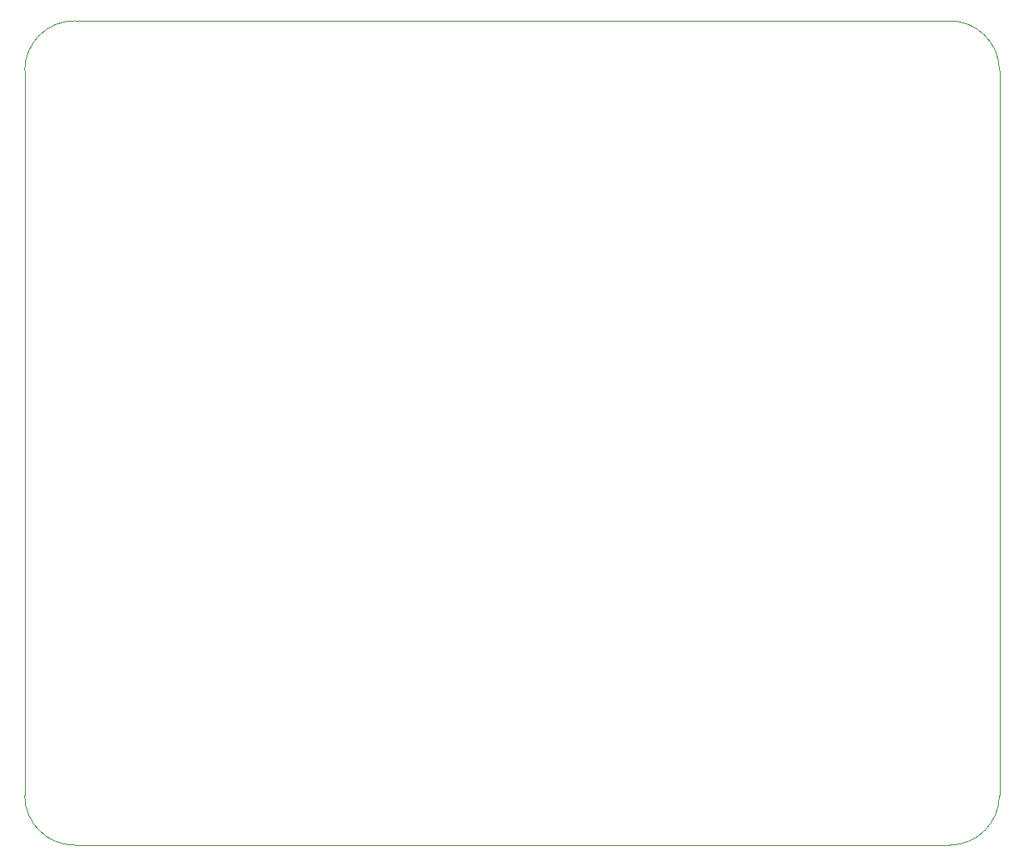
<source format=gbr>
G04 #@! TF.GenerationSoftware,KiCad,Pcbnew,5.1.12-5.1.12*
G04 #@! TF.CreationDate,2022-02-04T10:44:24+11:00*
G04 #@! TF.ProjectId,sr32gpo,73723332-6770-46f2-9e6b-696361645f70,rev?*
G04 #@! TF.SameCoordinates,Original*
G04 #@! TF.FileFunction,Profile,NP*
%FSLAX46Y46*%
G04 Gerber Fmt 4.6, Leading zero omitted, Abs format (unit mm)*
G04 Created by KiCad (PCBNEW 5.1.12-5.1.12) date 2022-02-04 10:44:24*
%MOMM*%
%LPD*%
G01*
G04 APERTURE LIST*
G04 #@! TA.AperFunction,Profile*
%ADD10C,0.050000*%
G04 #@! TD*
G04 APERTURE END LIST*
D10*
X172720000Y-119380000D02*
G75*
G02*
X167640000Y-124460000I-5080000J0D01*
G01*
X78740000Y-124460000D02*
G75*
G02*
X73660000Y-119380000I0J5080000D01*
G01*
X167640000Y-40640000D02*
G75*
G02*
X172720000Y-45720000I0J-5080000D01*
G01*
X73660000Y-45720000D02*
G75*
G02*
X78740000Y-40640000I5080000J0D01*
G01*
X167640000Y-40640000D02*
X78740000Y-40640000D01*
X172720000Y-119380000D02*
X172720000Y-45720000D01*
X78740000Y-124460000D02*
X167640000Y-124460000D01*
X73660000Y-45720000D02*
X73660000Y-119380000D01*
M02*

</source>
